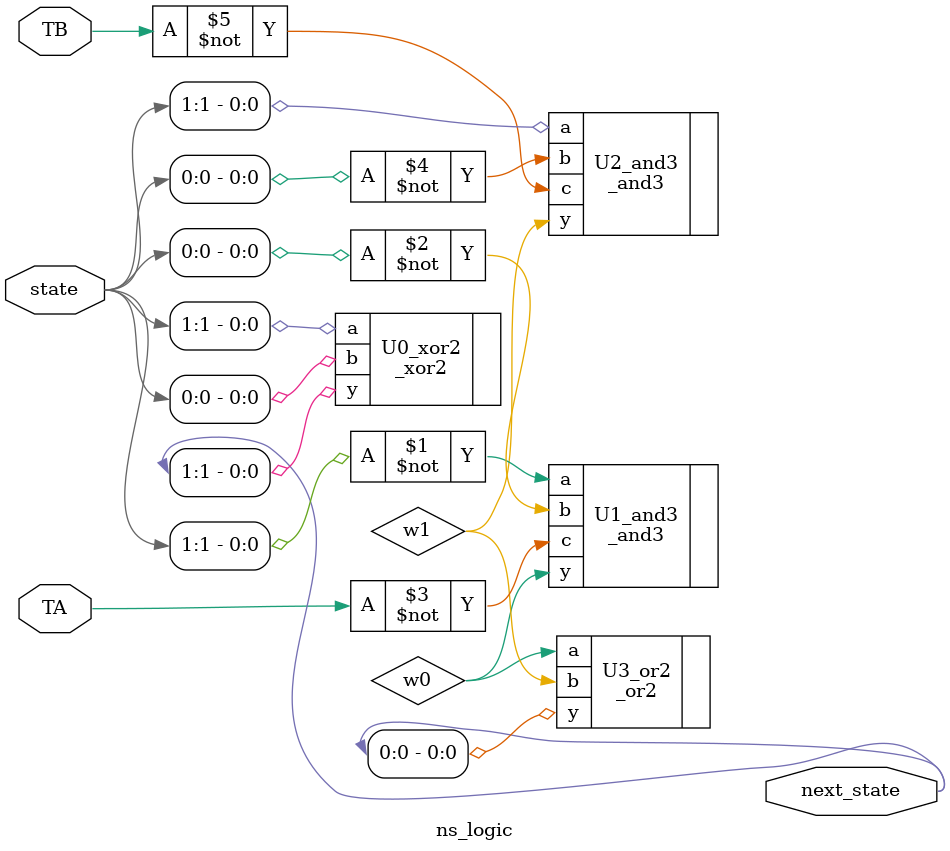
<source format=v>
module ns_logic(TA, TB, state, next_state);
    // Inputs
    input TA, TB;          // Inputs TA and TB
    
    // Inputs and outputs
    input [1:0] state;     // 2-bit state input
    output [1:0] next_state; // 2-bit next state output
    
    // Internal wires
    wire w0, w1;
    
    // XOR gate for computing next_state[1]
    _xor2 U0_xor2(.a(state[1]), .b(state[0]), .y(next_state[1]));
    
    // AND gates for intermediate signals
    _and3 U1_and3(.a(~(state[1])), .b(~(state[0])), .c(~(TA)), .y(w0)); // w0 = ~(state[1]) & ~(state[0]) & ~(TA)
    _and3 U2_and3(.a(state[1]), .b(~(state[0])), .c(~(TB)), .y(w1));  // w1 = state[1] & ~(state[0]) & ~(TB)
    
    // OR gate for computing next_state[0]
    _or2 U3_or2(.a(w0), .b(w1), .y(next_state[0])); // next_state[0] = w0 | w1
endmodule

</source>
